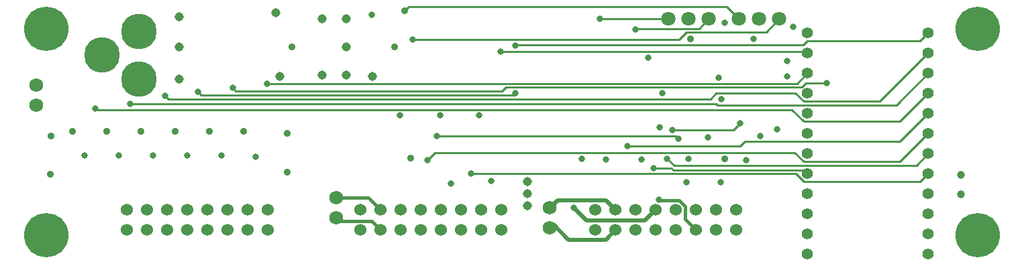
<source format=gbr>
%TF.GenerationSoftware,KiCad,Pcbnew,(6.0.10)*%
%TF.CreationDate,2023-01-12T16:12:03-05:00*%
%TF.ProjectId,power_mini_evolver,706f7765-725f-46d6-996e-695f65766f6c,rev?*%
%TF.SameCoordinates,Original*%
%TF.FileFunction,Copper,L4,Bot*%
%TF.FilePolarity,Positive*%
%FSLAX46Y46*%
G04 Gerber Fmt 4.6, Leading zero omitted, Abs format (unit mm)*
G04 Created by KiCad (PCBNEW (6.0.10)) date 2023-01-12 16:12:03*
%MOMM*%
%LPD*%
G01*
G04 APERTURE LIST*
%TA.AperFunction,ComponentPad*%
%ADD10C,4.500000*%
%TD*%
%TA.AperFunction,ComponentPad*%
%ADD11C,1.000000*%
%TD*%
%TA.AperFunction,ComponentPad*%
%ADD12C,1.800000*%
%TD*%
%TA.AperFunction,ComponentPad*%
%ADD13C,5.600000*%
%TD*%
%TA.AperFunction,ComponentPad*%
%ADD14C,1.750000*%
%TD*%
%TA.AperFunction,ComponentPad*%
%ADD15C,1.397000*%
%TD*%
%TA.AperFunction,ComponentPad*%
%ADD16C,1.524000*%
%TD*%
%TA.AperFunction,ViaPad*%
%ADD17C,1.143000*%
%TD*%
%TA.AperFunction,ViaPad*%
%ADD18C,0.889000*%
%TD*%
%TA.AperFunction,ViaPad*%
%ADD19C,0.800000*%
%TD*%
%TA.AperFunction,Conductor*%
%ADD20C,0.250000*%
%TD*%
%TA.AperFunction,Conductor*%
%ADD21C,0.508000*%
%TD*%
%TA.AperFunction,Conductor*%
%ADD22C,0.381000*%
%TD*%
G04 APERTURE END LIST*
D10*
%TO.P,CON1,1*%
%TO.N,+12V*%
X100584000Y-88852000D03*
%TO.P,CON1,2*%
%TO.N,GND*%
X100584000Y-82852000D03*
%TO.P,CON1,3*%
X95884000Y-85852000D03*
%TD*%
D11*
%TO.P,C15,1*%
%TO.N,Net-(C15-Pad1)*%
X204292200Y-103459600D03*
%TO.P,C15,2*%
%TO.N,GND*%
X204292200Y-100959600D03*
%TD*%
D12*
%TO.P,JP1,1,A*%
%TO.N,/OD90-0*%
X181356000Y-81280000D03*
%TO.P,JP1,2,C*%
%TO.N,/OD-0*%
X178816000Y-81280000D03*
%TO.P,JP1,3,B*%
%TO.N,/OD135-0*%
X176276000Y-81280000D03*
%TD*%
D13*
%TO.P,H1,1,1*%
%TO.N,unconnected-(H1-Pad1)*%
X88900000Y-108585000D03*
%TD*%
%TO.P,H2,1,1*%
%TO.N,unconnected-(H2-Pad1)*%
X88900000Y-82550000D03*
%TD*%
%TO.P,H4,1,1*%
%TO.N,unconnected-(H4-Pad1)*%
X206375000Y-108585000D03*
%TD*%
D14*
%TO.P,P6,1,P1*%
%TO.N,/SPB+1*%
X152400000Y-105156000D03*
%TO.P,P6,2,P2*%
%TO.N,/SPB-1*%
X152400000Y-107696000D03*
%TD*%
D13*
%TO.P,H3,1,1*%
%TO.N,unconnected-(H3-Pad1)*%
X206375000Y-82550000D03*
%TD*%
D15*
%TO.P,P1,1,P1*%
%TO.N,unconnected-(P1-Pad1)*%
X200152000Y-110998000D03*
%TO.P,P1,2,P2*%
%TO.N,+5V*%
X184912000Y-110998000D03*
%TO.P,P1,3,P3*%
%TO.N,unconnected-(P1-Pad3)*%
X200152000Y-108458000D03*
%TO.P,P1,4,P4*%
%TO.N,GND*%
X184912000Y-108458000D03*
%TO.P,P1,5,P5*%
%TO.N,Net-(C15-Pad1)*%
X200152000Y-105918000D03*
%TO.P,P1,6,P6*%
%TO.N,unconnected-(P1-Pad6)*%
X184912000Y-105918000D03*
%TO.P,P1,7,P7*%
%TO.N,GND*%
X200152000Y-103378000D03*
%TO.P,P1,8,P8*%
%TO.N,unconnected-(P1-Pad8)*%
X184912000Y-103378000D03*
%TO.P,P1,9,P9*%
%TO.N,/2*%
X200152000Y-100838000D03*
%TO.P,P1,10,P10*%
%TO.N,/A3*%
X184912000Y-100838000D03*
%TO.P,P1,11,P11*%
%TO.N,/3*%
X200152000Y-98298000D03*
%TO.P,P1,12,P12*%
%TO.N,/A2*%
X184912000Y-98298000D03*
%TO.P,P1,13,P13*%
%TO.N,/4*%
X200152000Y-95758000D03*
%TO.P,P1,14,P14*%
%TO.N,/A1*%
X184912000Y-95758000D03*
%TO.P,P1,15,P15*%
%TO.N,/5*%
X200152000Y-93218000D03*
%TO.P,P1,16,P16*%
%TO.N,/A0*%
X184912000Y-93218000D03*
%TO.P,P1,17,P17*%
%TO.N,/6*%
X200152000Y-90678000D03*
%TO.P,P1,18,P18*%
%TO.N,/13*%
X184912000Y-90678000D03*
%TO.P,P1,19,P19*%
%TO.N,/7*%
X200152000Y-88138000D03*
%TO.P,P1,20,P20*%
%TO.N,/12*%
X184912000Y-88138000D03*
%TO.P,P1,21,P21*%
%TO.N,/8*%
X200152000Y-85598000D03*
%TO.P,P1,22,P22*%
%TO.N,/11*%
X184912000Y-85598000D03*
%TO.P,P1,23,P23*%
%TO.N,/9*%
X200152000Y-83058000D03*
%TO.P,P1,24,P24*%
%TO.N,/10*%
X184912000Y-83058000D03*
%TD*%
D14*
%TO.P,P5,1,P1*%
%TO.N,/SPB+0*%
X125476000Y-103886000D03*
%TO.P,P5,2,P2*%
%TO.N,/SPB-0*%
X125476000Y-106426000D03*
%TD*%
D12*
%TO.P,JP2,1,A*%
%TO.N,/OD90-1*%
X172466000Y-81280000D03*
%TO.P,JP2,2,C*%
%TO.N,/OD-1*%
X169926000Y-81280000D03*
%TO.P,JP2,3,B*%
%TO.N,/OD135-1*%
X167386000Y-81280000D03*
%TD*%
D14*
%TO.P,P7,1,P1*%
%TO.N,+12V*%
X87579200Y-89611200D03*
%TO.P,P7,2,P2*%
%TO.N,GND*%
X87579200Y-92151200D03*
%TD*%
D16*
%TO.P,P2,1,P1*%
%TO.N,/FAN-0*%
X146304000Y-107950000D03*
%TO.P,P2,2,P2*%
%TO.N,+12V*%
X146304000Y-105410000D03*
%TO.P,P2,3,P3*%
%TO.N,unconnected-(P2-Pad3)*%
X143764000Y-107950000D03*
%TO.P,P2,4,P4*%
%TO.N,unconnected-(P2-Pad4)*%
X143764000Y-105410000D03*
%TO.P,P2,5,P5*%
%TO.N,/HTR-0*%
X141224000Y-107950000D03*
%TO.P,P2,6,P6*%
%TO.N,+12V*%
X141224000Y-105410000D03*
%TO.P,P2,7,P7*%
%TO.N,/TS-0*%
X138684000Y-107950000D03*
%TO.P,P2,8,P8*%
%TO.N,GND*%
X138684000Y-105410000D03*
%TO.P,P2,9,P9*%
%TO.N,/LED-0*%
X136144000Y-107950000D03*
%TO.P,P2,10,P10*%
%TO.N,+5V*%
X136144000Y-105410000D03*
%TO.P,P2,11,P11*%
%TO.N,/OD90-0*%
X133604000Y-107950000D03*
%TO.P,P2,12,P12*%
%TO.N,GND*%
X133604000Y-105410000D03*
%TO.P,P2,13,P13*%
%TO.N,/SPB-0*%
X131064000Y-107950000D03*
%TO.P,P2,14,P14*%
%TO.N,/SPB+0*%
X131064000Y-105410000D03*
%TO.P,P2,15,P15*%
%TO.N,/OD135-0*%
X128524000Y-107950000D03*
%TO.P,P2,16,P16*%
%TO.N,GND*%
X128524000Y-105410000D03*
%TD*%
%TO.P,P3,1,P1*%
%TO.N,/FAN-1*%
X175895000Y-107950000D03*
%TO.P,P3,2,P2*%
%TO.N,+12V*%
X175895000Y-105410000D03*
%TO.P,P3,3,P3*%
%TO.N,unconnected-(P3-Pad3)*%
X173355000Y-107950000D03*
%TO.P,P3,4,P4*%
%TO.N,unconnected-(P3-Pad4)*%
X173355000Y-105410000D03*
%TO.P,P3,5,P5*%
%TO.N,/HTR-1*%
X170815000Y-107950000D03*
%TO.P,P3,6,P6*%
%TO.N,+12V*%
X170815000Y-105410000D03*
%TO.P,P3,7,P7*%
%TO.N,/TS-1*%
X168275000Y-107950000D03*
%TO.P,P3,8,P8*%
%TO.N,GND*%
X168275000Y-105410000D03*
%TO.P,P3,9,P9*%
%TO.N,/LED-1*%
X165735000Y-107950000D03*
%TO.P,P3,10,P10*%
%TO.N,+5V*%
X165735000Y-105410000D03*
%TO.P,P3,11,P11*%
%TO.N,/OD90-1*%
X163195000Y-107950000D03*
%TO.P,P3,12,P12*%
%TO.N,GND*%
X163195000Y-105410000D03*
%TO.P,P3,13,P13*%
%TO.N,/SPB-1*%
X160655000Y-107950000D03*
%TO.P,P3,14,P14*%
%TO.N,/SPB+1*%
X160655000Y-105410000D03*
%TO.P,P3,15,P15*%
%TO.N,/OD135-1*%
X158115000Y-107950000D03*
%TO.P,P3,16,P16*%
%TO.N,GND*%
X158115000Y-105410000D03*
%TD*%
%TO.P,P4,1,P1*%
%TO.N,unconnected-(P4-Pad1)*%
X116840000Y-107950000D03*
%TO.P,P4,2,P2*%
%TO.N,unconnected-(P4-Pad2)*%
X116840000Y-105410000D03*
%TO.P,P4,3,P3*%
%TO.N,unconnected-(P4-Pad3)*%
X114300000Y-107950000D03*
%TO.P,P4,4,P4*%
%TO.N,unconnected-(P4-Pad4)*%
X114300000Y-105410000D03*
%TO.P,P4,5,P5*%
%TO.N,/P-5*%
X111760000Y-107950000D03*
%TO.P,P4,6,P6*%
%TO.N,+12V*%
X111760000Y-105410000D03*
%TO.P,P4,7,P7*%
%TO.N,/P-4*%
X109220000Y-107950000D03*
%TO.P,P4,8,P8*%
%TO.N,+12V*%
X109220000Y-105410000D03*
%TO.P,P4,9,P9*%
%TO.N,/P-3*%
X106680000Y-107950000D03*
%TO.P,P4,10,P10*%
%TO.N,+12V*%
X106680000Y-105410000D03*
%TO.P,P4,11,P11*%
%TO.N,/P-2*%
X104140000Y-107950000D03*
%TO.P,P4,12,P12*%
%TO.N,+12V*%
X104140000Y-105410000D03*
%TO.P,P4,13,P13*%
%TO.N,/P-1*%
X101600000Y-107950000D03*
%TO.P,P4,14,P14*%
%TO.N,+12V*%
X101600000Y-105410000D03*
%TO.P,P4,15,P15*%
%TO.N,/P-0*%
X99060000Y-107950000D03*
%TO.P,P4,16,P16*%
%TO.N,+12V*%
X99060000Y-105410000D03*
%TD*%
D17*
%TO.N,GND*%
X123698000Y-81280000D03*
D18*
X100838000Y-95504000D03*
D19*
X133502400Y-93472000D03*
D17*
X123698000Y-88392000D03*
D18*
X92202000Y-95504000D03*
X170180000Y-83820000D03*
X89408000Y-100939600D03*
D19*
X166243000Y-94996000D03*
X182372000Y-88519000D03*
D18*
X96520000Y-95504000D03*
D19*
X174498000Y-81788000D03*
D18*
X109474000Y-95504000D03*
X119888000Y-84836000D03*
X119227600Y-100634800D03*
D19*
X183134000Y-82296000D03*
D17*
X105664000Y-84836000D03*
D19*
X173736000Y-88696800D03*
D17*
X126746000Y-84836000D03*
D19*
X181102000Y-95250000D03*
X159461200Y-99009200D03*
X143459200Y-93472000D03*
X138582400Y-93472000D03*
X177190400Y-99110800D03*
D18*
X113792000Y-95504000D03*
D17*
X105664000Y-88900000D03*
X105664000Y-81026000D03*
D18*
X105156000Y-95504000D03*
D17*
X126746000Y-81280000D03*
D19*
X166624000Y-90633330D03*
D17*
X126746000Y-88392000D03*
D18*
X132842000Y-84836000D03*
X174447200Y-98976999D03*
D19*
X163982400Y-99009200D03*
%TO.N,+3V3*%
X172339000Y-96266000D03*
X178102717Y-83827692D03*
X182372000Y-86614000D03*
X178943000Y-96057001D03*
X164846000Y-86130899D03*
X129964200Y-80721200D03*
X174066200Y-91389200D03*
X169926000Y-98932499D03*
%TO.N,+12V*%
X110998000Y-98552000D03*
X139903200Y-102082600D03*
X115316000Y-98679000D03*
X145034000Y-101752400D03*
X169672000Y-101904800D03*
X106680000Y-98552000D03*
D18*
X89458800Y-96062800D03*
D19*
X93726000Y-98552000D03*
D17*
X118364000Y-88562800D03*
D19*
X102362000Y-98552000D03*
X98044000Y-98552000D03*
X173990000Y-101904800D03*
D18*
X119227600Y-95707200D03*
D19*
%TO.N,/A3*%
X165455600Y-100113000D03*
D17*
%TO.N,+5V*%
X117856000Y-80518000D03*
D18*
X134874000Y-98882200D03*
D17*
X149606000Y-101803200D03*
X149606000Y-104902000D03*
X130048000Y-88562800D03*
D19*
X156464000Y-98933000D03*
D17*
X149606000Y-103327200D03*
D19*
X155448000Y-105156000D03*
%TO.N,/HTR-1*%
X166126225Y-104105917D03*
D18*
%TO.N,/OD135-0*%
X134112000Y-80264000D03*
D19*
%TO.N,/OD90-0*%
X135077200Y-83845400D03*
%TO.N,/OD90-1*%
X163195000Y-82626200D03*
%TO.N,/OD135-1*%
X158750000Y-81280000D03*
%TO.N,/10*%
X187350400Y-89408000D03*
X112369600Y-89966800D03*
%TO.N,/11*%
X146202400Y-85445600D03*
%TO.N,/12*%
X116687600Y-89458800D03*
%TO.N,/2*%
X142417800Y-100838000D03*
%TO.N,/3*%
X167169000Y-98932999D03*
%TO.N,/4*%
X136943500Y-99148041D03*
%TO.N,/5*%
X162153600Y-97358200D03*
%TO.N,/6*%
X95046800Y-92608400D03*
%TO.N,/7*%
X99415600Y-92049600D03*
%TO.N,/8*%
X103835200Y-90982800D03*
%TO.N,/9*%
X148082000Y-84681899D03*
X108000800Y-90474800D03*
X148082000Y-90633330D03*
%TO.N,/TS-0*%
X168656000Y-96393000D03*
X138173519Y-96060726D03*
%TO.N,/TS-1*%
X176403000Y-94488000D03*
X167894000Y-95300800D03*
%TD*%
D20*
%TO.N,/A3*%
X167712591Y-100113000D02*
X167987581Y-100387990D01*
X184912000Y-100838000D02*
X184461990Y-100387990D01*
X165455600Y-100113000D02*
X167712591Y-100113000D01*
X184461990Y-100387990D02*
X167987581Y-100387990D01*
D21*
%TO.N,+5V*%
X155448000Y-105156000D02*
X157026000Y-106734000D01*
X164411000Y-106734000D02*
X165735000Y-105410000D01*
X157026000Y-106734000D02*
X164411000Y-106734000D01*
D22*
%TO.N,/HTR-1*%
X169427500Y-106562500D02*
X169427500Y-104932618D01*
X166254703Y-104234395D02*
X166126225Y-104105917D01*
X166254703Y-104234395D02*
X168729277Y-104234395D01*
X170815000Y-107950000D02*
X169427500Y-106562500D01*
X169427500Y-104932618D02*
X168729277Y-104234395D01*
D20*
%TO.N,/OD135-0*%
X134112000Y-80264000D02*
X134620000Y-79756000D01*
X134620000Y-79756000D02*
X174752000Y-79756000D01*
X174752000Y-79756000D02*
X176276000Y-81280000D01*
%TO.N,/OD90-0*%
X169628792Y-82955010D02*
X168738402Y-83845400D01*
X181356000Y-81280000D02*
X179680990Y-82955010D01*
X168738402Y-83845400D02*
X135077200Y-83845400D01*
X179680990Y-82955010D02*
X169628792Y-82955010D01*
%TO.N,/OD90-1*%
X171240990Y-82505010D02*
X163316190Y-82505010D01*
X172466000Y-81280000D02*
X171240990Y-82505010D01*
X163316190Y-82505010D02*
X163195000Y-82626200D01*
%TO.N,/OD135-1*%
X158750000Y-81280000D02*
X167386000Y-81280000D01*
%TO.N,/10*%
X146373799Y-90366799D02*
X146831768Y-89908830D01*
X112369600Y-89966800D02*
X112769599Y-90366799D01*
X184667218Y-89408000D02*
X187350400Y-89408000D01*
X184166388Y-89908830D02*
X184667218Y-89408000D01*
X146831768Y-89908830D02*
X184166388Y-89908830D01*
X112769599Y-90366799D02*
X146373799Y-90366799D01*
%TO.N,/11*%
X146241601Y-85406399D02*
X146202400Y-85445600D01*
X184745799Y-85431799D02*
X174109401Y-85431799D01*
X174109401Y-85431799D02*
X174084001Y-85406399D01*
X174084001Y-85406399D02*
X146241601Y-85406399D01*
%TO.N,/12*%
X183591200Y-89458800D02*
X184912000Y-88138000D01*
X116687600Y-89458800D02*
X183591200Y-89458800D01*
%TO.N,/2*%
X142417800Y-100838000D02*
X183397218Y-100838000D01*
X183397218Y-100838000D02*
X184420719Y-101861501D01*
X184420719Y-101861501D02*
X199128499Y-101861501D01*
X199128499Y-101861501D02*
X200152000Y-100838000D01*
%TO.N,/3*%
X168071802Y-99835801D02*
X184212399Y-99835801D01*
X167169000Y-98932999D02*
X168071802Y-99835801D01*
X184212399Y-99835801D02*
X184233701Y-99814499D01*
X198635501Y-99814499D02*
X200152000Y-98298000D01*
X184233701Y-99814499D02*
X198635501Y-99814499D01*
%TO.N,/4*%
X137883542Y-98207999D02*
X136943500Y-99148041D01*
X196588499Y-99321501D02*
X184420719Y-99321501D01*
X184420719Y-99321501D02*
X183307217Y-98207999D01*
X200152000Y-95758000D02*
X196588499Y-99321501D01*
X183307217Y-98207999D02*
X137883542Y-98207999D01*
%TO.N,/5*%
X196588499Y-96781501D02*
X200152000Y-93218000D01*
X176965844Y-96781501D02*
X196588499Y-96781501D01*
X162153600Y-97358200D02*
X176389145Y-97358200D01*
X176389145Y-97358200D02*
X176965844Y-96781501D01*
%TO.N,/6*%
X117107009Y-92774601D02*
X117134611Y-92746999D01*
X196588499Y-94241501D02*
X200152000Y-90678000D01*
X117134611Y-92746999D02*
X182926217Y-92746999D01*
X184420719Y-94241501D02*
X196588499Y-94241501D01*
X95213001Y-92774601D02*
X117107009Y-92774601D01*
X95046800Y-92608400D02*
X95213001Y-92774601D01*
X182926217Y-92746999D02*
X184420719Y-94241501D01*
%TO.N,/7*%
X173493697Y-92194499D02*
X196095501Y-92194499D01*
X196095501Y-92194499D02*
X200152000Y-88138000D01*
X173348798Y-92049600D02*
X173493697Y-92194499D01*
X99415600Y-92049600D02*
X173348798Y-92049600D01*
%TO.N,/8*%
X104235199Y-91382799D02*
X172643999Y-91382799D01*
X172643999Y-91382799D02*
X173399598Y-90627200D01*
X194048499Y-91701501D02*
X200152000Y-85598000D01*
X184420719Y-91701501D02*
X194048499Y-91701501D01*
X103835200Y-90982800D02*
X104235199Y-91382799D01*
X183346418Y-90627200D02*
X184420719Y-91701501D01*
X173399598Y-90627200D02*
X183346418Y-90627200D01*
%TO.N,/9*%
X147840531Y-90874799D02*
X148082000Y-90633330D01*
X108400799Y-90874799D02*
X147840531Y-90874799D01*
X184913717Y-84081501D02*
X184405718Y-84589500D01*
X184913717Y-84081501D02*
X199128499Y-84081501D01*
X108000800Y-90474800D02*
X108400799Y-90874799D01*
X148174399Y-84589500D02*
X148082000Y-84681899D01*
X184405718Y-84589500D02*
X148174399Y-84589500D01*
X199128499Y-84081501D02*
X200152000Y-83058000D01*
D22*
%TO.N,/SPB+0*%
X129540000Y-103886000D02*
X131064000Y-105410000D01*
X125476000Y-103886000D02*
X129540000Y-103886000D01*
%TO.N,/SPB-0*%
X129911500Y-106797500D02*
X131064000Y-107950000D01*
X125847500Y-106797500D02*
X129911500Y-106797500D01*
D20*
%TO.N,/TS-0*%
X168300400Y-96037400D02*
X138196845Y-96037400D01*
X168656000Y-96393000D02*
X168300400Y-96037400D01*
X138196845Y-96037400D02*
X138173519Y-96060726D01*
%TO.N,/TS-1*%
X175590200Y-95300800D02*
X176403000Y-94488000D01*
X167894000Y-95300800D02*
X175590200Y-95300800D01*
D21*
%TO.N,/SPB-1*%
X154708201Y-109166001D02*
X152831800Y-107289600D01*
X154708201Y-109166001D02*
X159438999Y-109166001D01*
X159438999Y-109166001D02*
X160655000Y-107950000D01*
%TO.N,/SPB+1*%
X153387401Y-104193999D02*
X152831800Y-104749600D01*
X159438999Y-104193999D02*
X160655000Y-105410000D01*
X159438999Y-104193999D02*
X153387401Y-104193999D01*
%TD*%
M02*

</source>
